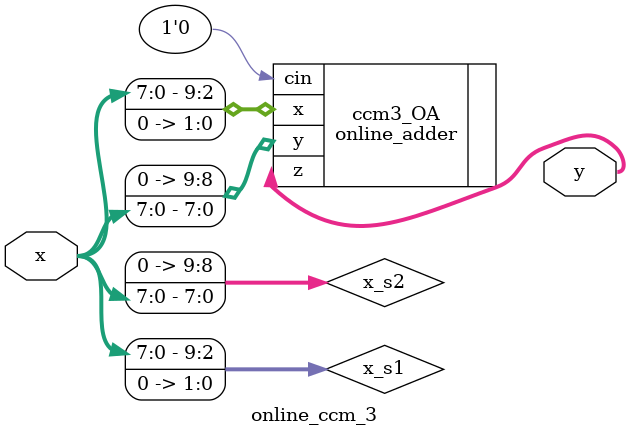
<source format=v>
`timescale 1ns / 1ps
module online_ccm_3(x,y);
parameter Stage = 4;

localparam s1 = 1;

localparam WL 		= 2*Stage;
localparam WL_oa	= 2*(Stage+s1);		//WL of OA inputs

localparam WL_out = 2*(Stage+s1+1);

	input [WL-1:0] x;
	output [WL_out-1:0] y;
	
	wire [WL_oa-1:0] x_s1, x_s2;
	
	assign x_s1[WL_oa-1:WL_oa-WL] = x;
	assign x_s1[WL_oa-WL-1:0]		= 'b0;
	
	assign x_s2[WL_oa-1:WL] 	= 'b0;
	assign x_s2[WL-1:0]	= x;

	
	online_adder #(Stage+s1) ccm3_OA(.x(x_s1),.y(x_s2),.cin(1'b0),.z(y));



endmodule

</source>
